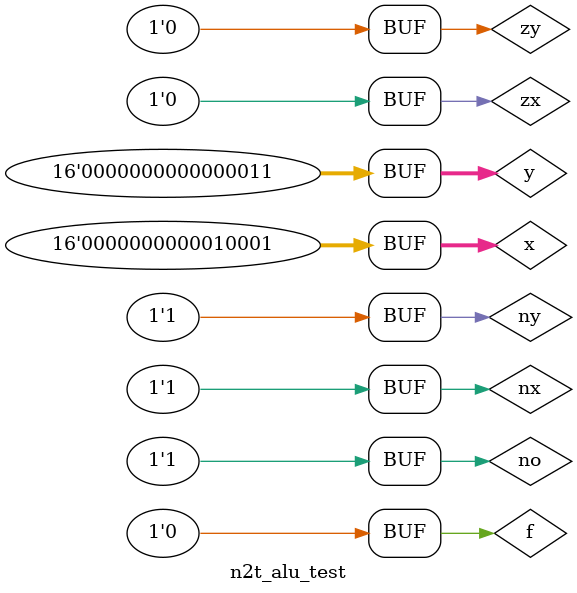
<source format=v>
`timescale 1ns / 1ps

module n2t_alu_test();
    reg [15:0] x,y;
    reg zx, nx, zy, ny, f, no;
    
    wire [15:0] out;
    wire zr, ng;
    
    n2t_alu ALU(out, zr, ng, x, y, zx, nx, zy, ny, f, no);
    
    initial
    begin
        $monitor ($time, "x=%b, y=%b, zx=%b, nx=%b, zy=%b, ny=%b, f=%b. no=%b ,out=%b, zr=%b, ng=%b", x, y, zx, nx, zy, ny, f, no, out, zr, ng);
    end
    
    initial
    begin
        x = 16'b0000000000000000;  // x = 0
        y = 16'b1111111111111111;  // y = -1

        // Compute 0
        zx =1'b1;
        nx =1'b0;
        zy =1'b1;
        ny =1'b0;
        f  =1'b1;
        no =1'b0;#10;

// Compute 1
        zx =1'b1;
        nx =1'b1;
        zy =1'b1;
        ny =1'b1;
        f  =1'b1;
        no =1'b1;#10;

// Compute -1
        zx =1'b1;
        nx =1'b1;
        zy =1'b1;
        ny =1'b0;
        f  =1'b1;
        no =1'b0;#10;

// Compute x
        zx =1'b0;
        nx =1'b0;
        zy =1'b1;
        ny =1'b1;
        f  =1'b0;
        no =1'b0;#10;

// Compute y
        zx =1'b1;
        nx =1'b1;
        zy =1'b0;
        ny =1'b0;
        f  =1'b0;
        no =1'b0;#10;

// Compute !x
        zx =1'b0;
        nx =1'b0;
        zy =1'b1;
        ny =1'b1;
        f  =1'b0;
        no =1'b1;#10;

// Compute !y
        zx =1'b1;
        nx =1'b1;
        zy =1'b0;
        ny =1'b0;
        f  =1'b0;
        no =1'b1;#10;

// Compute -x
        zx =1'b0;
        nx =1'b0;
        zy =1'b1;
        ny =1'b1;
        f  =1'b1;
        no =1'b1;#10;

// Compute -y
        zx =1'b1;
        nx =1'b1;
        zy =1'b0;
        ny =1'b0;
        f  =1'b1;
        no =1'b1;#10;

// Compute x + 1
        zx =1'b0;
        nx =1'b1;
        zy =1'b1;
        ny =1'b1;
        f  =1'b1;
        no =1'b1;#10;

// Compute y + 1
        zx =1'b1;
        nx =1'b1;
        zy =1'b0;
        ny =1'b1;
        f  =1'b1;
        no =1'b1;#10;

// Compute x - 1
        zx =1'b0;
        nx =1'b0;
        zy =1'b1;
        ny =1'b1;
        f  =1'b1;
        no =1'b0;#10;

// Compute y - 1
        zx =1'b1;
        nx =1'b1;
        zy =1'b0;
        ny =1'b0;
        f  =1'b1;
        no =1'b0;#10;

// Compute x + y
        zx =1'b0;
        nx =1'b0;
        zy =1'b0;
        ny =1'b0;
        f  =1'b1;
        no =1'b0;#10;

// Compute x - y
        zx =1'b0;
        nx =1'b1;
        zy =1'b0;
        ny =1'b0;
        f  =1'b1;
        no =1'b1;#10;

// Compute y - x
        zx =1'b0;
        nx =1'b0;
        zy =1'b0;
        ny =1'b1;
        f  =1'b1;
        no =1'b1;#10;

// Compute x & y
        zx =1'b0;
        nx =1'b0;
        zy =1'b0;
        ny =1'b0;
        f  =1'b0;
        no =1'b0;#10;

// Compute x | y
        zx =1'b0;
        nx =1'b1;
        zy =1'b0;
        ny =1'b1;
        f  =1'b0;
        no =1'b1;#10;

        x =16'b0000000000010001;  // x = 17
        y =16'b0000000000000011;  // y =  3

// Compute 0
        zx =1'b1;
        nx =1'b0;
        zy =1'b1;
        ny =1'b0;
        f  =1'b1;
        no =1'b0;#10;

// Compute 1
        zx =1'b1;
        nx =1'b1;
        zy =1'b1;
        ny =1'b1;
        f  =1'b1;
        no =1'b1;#10;

// Compute -1
        zx =1'b1;
        nx =1'b1;
        zy =1'b1;
        ny =1'b0;
        f  =1'b1;
        no =1'b0;#10;

// Compute x
        zx =1'b0;
        nx =1'b0;
        zy =1'b1;
        ny =1'b1;
        f  =1'b0;
        no =1'b0;#10;

// Compute y
        zx =1'b1;
        nx =1'b1;
        zy =1'b0;
        ny =1'b0;
        f  =1'b0;
        no =1'b0;#10;

// Compute !x
        zx =1'b0;
        nx =1'b0;
        zy =1'b1;
        ny =1'b1;
        f  =1'b0;
        no =1'b1;#10;

// Compute !y
        zx =1'b1;
        nx =1'b1;
        zy =1'b0;
        ny =1'b0;
        f  =1'b0;
        no =1'b1;#10;

// Compute -x
        zx =1'b0;
        nx =1'b0;
        zy =1'b1;
        ny =1'b1;
        f  =1'b1;
        no =1'b1;#10;

// Compute -y
        zx =1'b1;
        nx =1'b1;
        zy =1'b0;
        ny =1'b0;
        f  =1'b1;
        no =1'b1;#10;

// Compute x + 1
        zx =1'b0;
        nx =1'b1;
        zy =1'b1;
        ny =1'b1;
        f  =1'b1;
        no =1'b1;#10;

// Compute y + 1
        zx =1'b1;
        nx =1'b1;
        zy =1'b0;
        ny =1'b1;
        f  =1'b1;
        no =1'b1;#10;

// Compute x - 1
        zx =1'b0;
        nx =1'b0;
        zy =1'b1;
        ny =1'b1;
        f  =1'b1;
        no =1'b0;#10;

// Compute y - 1
        zx =1'b1;
        nx =1'b1;
        zy =1'b0;
        ny =1'b0;
        f  =1'b1;
        no =1'b0;#10;

// Compute x + y
        zx =1'b0;
        nx =1'b0;
        zy =1'b0;
        ny =1'b0;
        f  =1'b1;
        no =1'b0;#10;

// Compute x - y
        zx =1'b0;
        nx =1'b1;
        zy =1'b0;
        ny =1'b0;
        f  =1'b1;
        no =1'b1;#10;

// Compute y - x
        zx =1'b0;
        nx =1'b0;
        zy =1'b0;
        ny =1'b1;
        f  =1'b1;
        no =1'b1;#10;

// Compute x & y
        zx =1'b0;
        nx =1'b0;
        zy =1'b0;
        ny =1'b0;
        f  =1'b0;
        no =1'b0;#10;

// Compute x | y
        zx=1'b0;
        nx=1'b1;
        zy=1'b0;
        ny=1'b1;
        f =1'b0;
        no=1'b1;#10;
    end
endmodule

</source>
